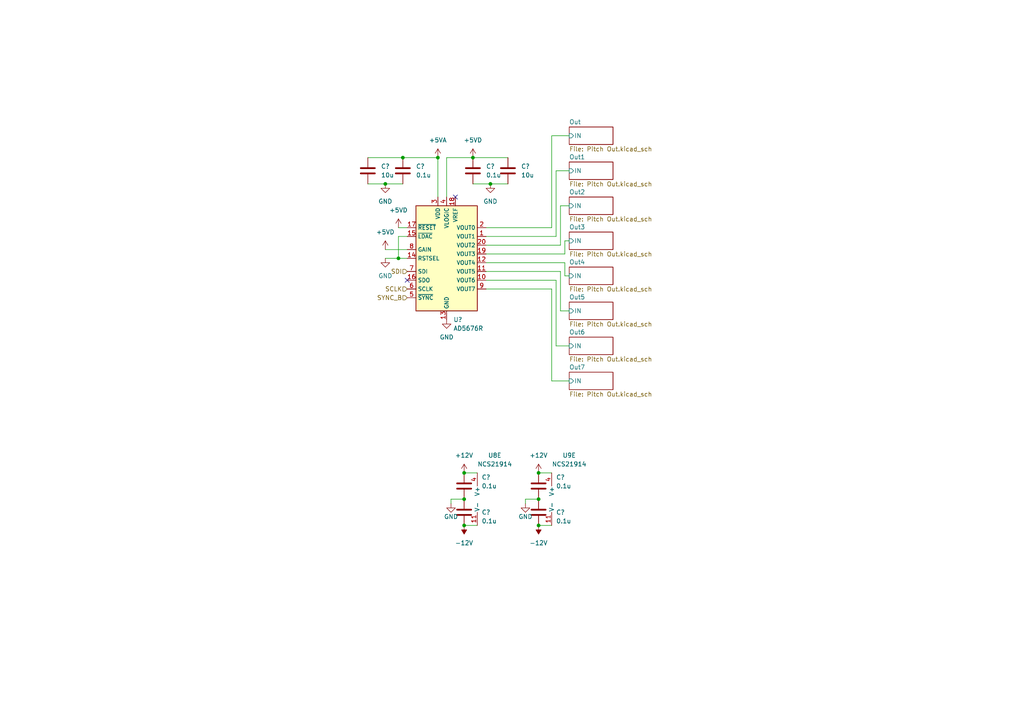
<source format=kicad_sch>
(kicad_sch (version 20211123) (generator eeschema)
  (paper "A4")
  (lib_symbols
    (symbol "Amplifier_Operational:NCS4325" (pin_names (offset 0.127))
      (property "Reference" "U" (at 2.54 6.35 0))
      (property "Value" "NCS4325" (at 2.54 3.81 0))
      (symbol "NCS4325_1_1"
        (polyline (pts (xy 5.08 0) (xy -5.08 5.08) (xy -5.08 -5.08) (xy 5.08 0)) (stroke (width 0.254)) (fill (type background)))
        (pin output line (at 7.62 0 180) (length 2.54) (name "~") (number "1"))
        (pin input line (at -7.62 -2.54 0) (length 2.54) (name "-") (number "2"))
        (pin input line (at -7.62 2.54 0) (length 2.54) (name "+") (number "3"))
      )
      (symbol "NCS4325_2_1"
        (polyline (pts (xy -5.08 5.08) (xy -5.08 -5.08) (xy 5.08 0) (xy -5.08 5.08)) (stroke (width 0.254)) (fill (type background)))
        (pin input line (at -7.62 2.54 0) (length 2.54) (name "+") (number "5"))
        (pin input line (at -7.62 -2.54 0) (length 2.54) (name "-") (number "6"))
        (pin output line (at 7.62 0 180) (length 2.54) (name "~") (number "7"))
      )
      (symbol "NCS4325_3_1"
        (polyline (pts (xy 5.08 0) (xy -5.08 5.08) (xy -5.08 -5.08) (xy 5.08 0)) (stroke (width 0.254)) (fill (type background)))
        (pin input line (at -7.62 2.54 0) (length 2.54) (name "+") (number "10"))
        (pin output line (at 7.62 0 180) (length 2.54) (name "~") (number "8"))
        (pin input line (at -7.62 -2.54 0) (length 2.54) (name "-") (number "9"))
      )
      (symbol "NCS4325_4_1"
        (polyline (pts (xy -5.08 5.08) (xy 5.08 0) (xy -5.08 -5.08) (xy -5.08 5.08)) (stroke (width 0.254)) (fill (type background)))
        (pin input line (at -7.62 2.54 0) (length 2.54) (name "+") (number "12"))
        (pin input line (at -7.62 -2.54 0) (length 2.54) (name "-") (number "13"))
        (pin output line (at 7.62 0 180) (length 2.54) (name "~") (number "14"))
      )
      (symbol "NCS4325_5_1"
        (pin power_in line (at 0 -7.62 90) (length 3.81) (name "V-") (number "11"))
        (pin power_in line (at 0 7.62 270) (length 3.81) (name "V+") (number "4"))
      )
    )
    (symbol "Custom:AD5676R"
      (property "Reference" "U" (at -8.89 19.05 0))
      (property "Value" "AD5676R" (at -8.89 16.51 0))
      (symbol "AD5676R_0_1"
        (rectangle (start -8.89 13.97) (end 8.89 -16.51) (stroke (width 0.254)) (fill (type background)))
      )
      (symbol "AD5676R_1_1"
        (pin output line (at 11.43 5.08 180) (length 2.54) (name "VOUT1") (number "1"))
        (pin output line (at 11.43 -7.62 180) (length 2.54) (name "VOUT6") (number "10"))
        (pin output line (at 11.43 -5.08 180) (length 2.54) (name "VOUT5") (number "11"))
        (pin output line (at 11.43 -2.54 180) (length 2.54) (name "VOUT4") (number "12"))
        (pin power_in line (at 0 -19.05 90) (length 2.54) (name "GND") (number "13"))
        (pin input line (at -11.43 -1.27 0) (length 2.54) (name "RSTSEL") (number "14"))
        (pin input line (at -11.43 5.08 0) (length 2.54) (name "~{LDAC}") (number "15"))
        (pin output line (at -11.43 -7.62 0) (length 2.54) (name "SDO") (number "16"))
        (pin input line (at -11.43 7.62 0) (length 2.54) (name "~{RESET}") (number "17"))
        (pin passive line (at 2.54 16.51 270) (length 2.54) (name "VREF") (number "18"))
        (pin output line (at 11.43 0 180) (length 2.54) (name "VOUT3") (number "19"))
        (pin output line (at 11.43 7.62 180) (length 2.54) (name "VOUT0") (number "2"))
        (pin output line (at 11.43 2.54 180) (length 2.54) (name "VOUT2") (number "20"))
        (pin power_in line (at -2.54 16.51 270) (length 2.54) (name "VDD") (number "3"))
        (pin power_in line (at 0 16.51 270) (length 2.54) (name "VLOGIC") (number "4"))
        (pin input line (at -11.43 -12.7 0) (length 2.54) (name "~{SYNC}") (number "5"))
        (pin input line (at -11.43 -10.16 0) (length 2.54) (name "SCLK") (number "6"))
        (pin input line (at -11.43 -5.08 0) (length 2.54) (name "SDI") (number "7"))
        (pin input line (at -11.43 1.27 0) (length 2.54) (name "GAIN") (number "8"))
        (pin output line (at 11.43 -10.16 180) (length 2.54) (name "VOUT7") (number "9"))
      )
    )
    (symbol "Device:C" (pin_numbers hide) (pin_names (offset 0.254))
      (property "Reference" "C" (at 0.635 2.54 0))
      (property "Value" "C" (at 0.635 -2.54 0))
      (symbol "C_0_1"
        (polyline (pts (xy -2.032 -0.762) (xy 2.032 -0.762)) (stroke (width 0.508)))
        (polyline (pts (xy -2.032 0.762) (xy 2.032 0.762)) (stroke (width 0.508)))
      )
      (symbol "C_1_1"
        (pin passive line (at 0 3.81 270) (length 2.794) (name "~") (number "1"))
        (pin passive line (at 0 -3.81 90) (length 2.794) (name "~") (number "2"))
      )
    )
    (symbol "power:+12V" (power) (pin_names (offset 0))
      (property "Value" "+12V" (at 0 3.556 0))
      (symbol "+12V_0_1"
        (polyline (pts (xy -0.762 1.27) (xy 0 2.54)))
        (polyline (pts (xy 0 0) (xy 0 2.54)))
        (polyline (pts (xy 0 2.54) (xy 0.762 1.27)))
      )
      (symbol "+12V_1_1"
        (pin power_in line (at 0 0 90) (length 0) hide (name "+12V") (number "1"))
      )
    )
    (symbol "power:+5VA" (power) (pin_names (offset 0))
      (property "Value" "+5VA" (at 0 3.556 0))
      (symbol "+5VA_0_1"
        (polyline (pts (xy -0.762 1.27) (xy 0 2.54)))
        (polyline (pts (xy 0 0) (xy 0 2.54)))
        (polyline (pts (xy 0 2.54) (xy 0.762 1.27)))
      )
      (symbol "+5VA_1_1"
        (pin power_in line (at 0 0 90) (length 0) hide (name "+5VA") (number "1"))
      )
    )
    (symbol "power:+5VD" (power) (pin_names (offset 0))
      (property "Value" "+5VD" (at 0 3.556 0))
      (symbol "+5VD_0_1"
        (polyline (pts (xy -0.762 1.27) (xy 0 2.54)))
        (polyline (pts (xy 0 0) (xy 0 2.54)))
        (polyline (pts (xy 0 2.54) (xy 0.762 1.27)))
      )
      (symbol "+5VD_1_1"
        (pin power_in line (at 0 0 90) (length 0) hide (name "+5VD") (number "1"))
      )
    )
    (symbol "power:-12V" (power) (pin_names (offset 0))
      (property "Value" "-12V" (at 0 3.81 0))
      (symbol "-12V_0_0"
        (pin power_in line (at 0 0 90) (length 0) hide (name "-12V") (number "1"))
      )
      (symbol "-12V_0_1"
        (polyline (pts (xy 0 0) (xy 0 1.27) (xy 0.762 1.27) (xy 0 2.54) (xy -0.762 1.27) (xy 0 1.27)) (fill (type outline)))
      )
    )
    (symbol "power:GND" (power) (pin_names (offset 0))
      (property "Value" "GND" (at 0 -3.81 0))
      (symbol "GND_0_1"
        (polyline (pts (xy 0 0) (xy 0 -1.27) (xy 1.27 -1.27) (xy 0 -2.54) (xy -1.27 -1.27) (xy 0 -1.27)))
      )
      (symbol "GND_1_1"
        (pin power_in line (at 0 0 270) (length 0) hide (name "GND") (number "1"))
      )
    )
  )
  (junction (at 116.84 45.72))
  (junction (at 134.62 152.4))
  (junction (at 115.57 74.93))
  (junction (at 142.24 53.34))
  (junction (at 156.21 137.16))
  (junction (at 137.16 45.72))
  (junction (at 111.76 53.34))
  (junction (at 134.62 144.78))
  (junction (at 156.21 144.78))
  (junction (at 156.21 152.4))
  (junction (at 127 45.72))
  (junction (at 134.62 137.16))
  (no_connect (at 118.11 81.28))
  (no_connect (at 132.08 57.15))
  (wire (pts (xy 140.97 73.66) (xy 163.83 73.66)))
  (wire (pts (xy 152.4 144.78) (xy 156.21 144.78)))
  (wire (pts (xy 160.02 66.04) (xy 160.02 39.37)))
  (wire (pts (xy 134.62 137.16) (xy 138.43 137.16)))
  (wire (pts (xy 106.68 53.34) (xy 111.76 53.34)))
  (wire (pts (xy 162.56 90.17) (xy 165.1 90.17)))
  (wire (pts (xy 115.57 68.58) (xy 115.57 74.93)))
  (wire (pts (xy 161.29 49.53) (xy 161.29 68.58)))
  (wire (pts (xy 162.56 71.12) (xy 162.56 59.69)))
  (wire (pts (xy 161.29 68.58) (xy 140.97 68.58)))
  (wire (pts (xy 111.76 74.93) (xy 115.57 74.93)))
  (wire (pts (xy 160.02 110.49) (xy 165.1 110.49)))
  (wire (pts (xy 130.81 144.78) (xy 134.62 144.78)))
  (wire (pts (xy 160.02 39.37) (xy 165.1 39.37)))
  (wire (pts (xy 140.97 83.82) (xy 160.02 83.82)))
  (wire (pts (xy 160.02 83.82) (xy 160.02 110.49)))
  (wire (pts (xy 137.16 45.72) (xy 147.32 45.72)))
  (wire (pts (xy 142.24 53.34) (xy 147.32 53.34)))
  (wire (pts (xy 137.16 53.34) (xy 142.24 53.34)))
  (wire (pts (xy 163.83 80.01) (xy 163.83 76.2)))
  (wire (pts (xy 116.84 45.72) (xy 127 45.72)))
  (wire (pts (xy 140.97 71.12) (xy 162.56 71.12)))
  (wire (pts (xy 106.68 45.72) (xy 116.84 45.72)))
  (wire (pts (xy 165.1 80.01) (xy 163.83 80.01)))
  (wire (pts (xy 115.57 74.93) (xy 118.11 74.93)))
  (wire (pts (xy 130.81 146.05) (xy 130.81 144.78)))
  (wire (pts (xy 127 45.72) (xy 127 57.15)))
  (wire (pts (xy 140.97 78.74) (xy 162.56 78.74)))
  (wire (pts (xy 163.83 76.2) (xy 140.97 76.2)))
  (wire (pts (xy 118.11 68.58) (xy 115.57 68.58)))
  (wire (pts (xy 111.76 72.39) (xy 118.11 72.39)))
  (wire (pts (xy 129.54 45.72) (xy 129.54 57.15)))
  (wire (pts (xy 162.56 59.69) (xy 165.1 59.69)))
  (wire (pts (xy 161.29 81.28) (xy 161.29 100.33)))
  (wire (pts (xy 129.54 45.72) (xy 137.16 45.72)))
  (wire (pts (xy 140.97 81.28) (xy 161.29 81.28)))
  (wire (pts (xy 163.83 69.85) (xy 165.1 69.85)))
  (wire (pts (xy 111.76 53.34) (xy 116.84 53.34)))
  (wire (pts (xy 152.4 146.05) (xy 152.4 144.78)))
  (wire (pts (xy 165.1 49.53) (xy 161.29 49.53)))
  (wire (pts (xy 163.83 73.66) (xy 163.83 69.85)))
  (wire (pts (xy 115.57 66.04) (xy 118.11 66.04)))
  (wire (pts (xy 134.62 152.4) (xy 138.43 152.4)))
  (wire (pts (xy 140.97 66.04) (xy 160.02 66.04)))
  (wire (pts (xy 156.21 137.16) (xy 160.02 137.16)))
  (wire (pts (xy 161.29 100.33) (xy 165.1 100.33)))
  (wire (pts (xy 162.56 78.74) (xy 162.56 90.17)))
  (wire (pts (xy 156.21 152.4) (xy 160.02 152.4)))
  (hierarchical_label "SDI" (shape input) (at 118.11 78.74 180))
  (hierarchical_label "SCLK" (shape input) (at 118.11 83.82 180))
  (hierarchical_label "SYNC_B" (shape input) (at 118.11 86.36 180))
  (symbol (lib_id "power:GND") (at 111.76 74.93 0) (unit 1)
    (property "Reference" "#PWR?" (effects hide))
    (property "Value" "GND" (at 111.76 80.01 0))
  )
  (symbol (lib_id "Device:C") (at 156.21 148.59 180) (unit 1)
    (property "Reference" "C?" (at 161.29 148.59 0) (effects (justify right)))
    (property "Value" "0.1u" (at 161.29 151.13 0) (effects (justify right)))
  )
  (symbol (lib_id "power:+12V") (at 156.21 137.16 0) (unit 1)
    (property "Reference" "#PWR?" (effects hide))
    (property "Value" "+12V" (at 156.21 132.08 0))
  )
  (symbol (lib_id "power:+5VD") (at 137.16 45.72 0) (unit 1)
    (property "Reference" "#PWR?" (effects hide))
    (property "Value" "+5VD" (at 137.16 40.64 0))
  )
  (symbol (lib_id "power:GND") (at 129.54 92.71 0) (unit 1)
    (property "Reference" "#PWR?" (effects hide))
    (property "Value" "GND" (at 129.54 97.79 0))
  )
  (symbol (lib_id "Device:C") (at 134.62 148.59 180) (unit 1)
    (property "Reference" "C?" (at 139.7 148.59 0) (effects (justify right)))
    (property "Value" "0.1u" (at 139.7 151.13 0) (effects (justify right)))
  )
  (symbol (lib_id "Device:C") (at 116.84 49.53 0) (unit 1)
    (property "Reference" "C?" (at 120.65 48.2599 0) (effects (justify left)))
    (property "Value" "0.1u" (at 120.65 50.7999 0) (effects (justify left)))
  )
  (symbol (lib_id "power:+5VA") (at 127 45.72 0) (unit 1)
    (property "Reference" "#PWR?" (effects hide))
    (property "Value" "+5VA" (at 127 40.64 0))
  )
  (symbol (lib_id "power:GND") (at 152.4 146.05 0) (unit 1)
    (property "Reference" "#PWR?" (effects hide))
    (property "Value" "GND" (at 152.4 149.86 0))
  )
  (symbol (lib_id "Device:C") (at 106.68 49.53 0) (unit 1)
    (property "Reference" "C?" (at 110.49 48.2599 0) (effects (justify left)))
    (property "Value" "10u" (at 110.49 50.7999 0) (effects (justify left)))
  )
  (symbol (lib_id "power:GND") (at 111.76 53.34 0) (unit 1)
    (property "Reference" "#PWR?" (effects hide))
    (property "Value" "GND" (at 111.76 58.42 0))
  )
  (symbol (lib_id "power:+12V") (at 134.62 137.16 0) (unit 1)
    (property "Reference" "#PWR?" (effects hide))
    (property "Value" "+12V" (at 134.62 132.08 0))
  )
  (symbol (lib_id "power:GND") (at 130.81 146.05 0) (unit 1)
    (property "Reference" "#PWR?" (effects hide))
    (property "Value" "GND" (at 130.81 149.86 0))
  )
  (symbol (lib_id "Device:C") (at 156.21 140.97 180) (unit 1)
    (property "Reference" "C?" (at 161.29 138.43 0) (effects (justify right)))
    (property "Value" "0.1u" (at 161.29 140.97 0) (effects (justify right)))
  )
  (symbol (lib_id "Custom:AD5676R") (at 129.54 73.66 0) (unit 1)
    (property "Reference" "U?" (at 131.4895 92.71 0) (effects (justify left)))
    (property "Value" "AD5676R" (at 131.4895 95.25 0) (effects (justify left)))
  )
  (symbol (lib_id "power:+5VD") (at 115.57 66.04 0) (unit 1)
    (property "Reference" "#PWR?" (effects hide))
    (property "Value" "+5VD" (at 115.57 60.96 0))
  )
  (symbol (lib_id "Device:C") (at 134.62 140.97 180) (unit 1)
    (property "Reference" "C?" (at 139.7 138.43 0) (effects (justify right)))
    (property "Value" "0.1u" (at 139.7 140.97 0) (effects (justify right)))
  )
  (symbol (lib_id "Amplifier_Operational:NCS4325") (at 138.43 144.78 0) (unit 5)
    (property "Reference" "U8" (at 143.51 132.08 0))
    (property "Value" "NCS21914" (at 143.51 134.62 0))
    (property "Footprint" "Package_SO:SOIC-14_3.9x8.7mm_P1.27mm" (effects hide))
  )
  (symbol (lib_id "power:-12V") (at 134.62 152.4 180) (unit 1)
    (property "Reference" "#PWR?" (effects hide))
    (property "Value" "-12V" (at 134.62 157.48 0))
  )
  (symbol (lib_id "power:GND") (at 142.24 53.34 0) (unit 1)
    (property "Reference" "#PWR?" (effects hide))
    (property "Value" "GND" (at 142.24 58.42 0))
  )
  (symbol (lib_id "power:+5VD") (at 111.76 72.39 0) (unit 1)
    (property "Reference" "#PWR?" (effects hide))
    (property "Value" "+5VD" (at 111.76 67.31 0))
  )
  (symbol (lib_id "Device:C") (at 147.32 49.53 0) (unit 1)
    (property "Reference" "C?" (at 151.13 48.2599 0) (effects (justify left)))
    (property "Value" "10u" (at 151.13 50.7999 0) (effects (justify left)))
  )
  (symbol (lib_id "Device:C") (at 137.16 49.53 0) (unit 1)
    (property "Reference" "C?" (at 140.97 48.2599 0) (effects (justify left)))
    (property "Value" "0.1u" (at 140.97 50.7999 0) (effects (justify left)))
  )
  (symbol (lib_id "power:-12V") (at 156.21 152.4 180) (unit 1)
    (property "Reference" "#PWR?" (effects hide))
    (property "Value" "-12V" (at 156.21 157.48 0))
  )
  (symbol (lib_id "Amplifier_Operational:NCS4325") (at 160.02 144.78 0) (unit 5)
    (property "Reference" "U9" (at 165.1 132.08 0))
    (property "Value" "NCS21914" (at 165.1 134.62 0))
    (property "Footprint" "Package_SO:SOIC-14_3.9x8.7mm_P1.27mm" (effects hide))
  )
  (sheet (at 165.1 57.15) (size 12.7 5.08) (stroke (width 0.1524))
    (property "Sheet name" "Out2" (at 165.1 56.4384 0) (effects (justify left bottom)))
    (property "Sheet file" "Pitch Out.kicad_sch" (at 165.1 62.8146 0) (effects (justify left top)))
    (pin "IN" input (at 165.1 59.69 180))
  )
  (sheet (at 165.1 77.47) (size 12.7 5.08) (stroke (width 0.1524))
    (property "Sheet name" "Out4" (at 165.1 76.7584 0) (effects (justify left bottom)))
    (property "Sheet file" "Pitch Out.kicad_sch" (at 165.1 83.1346 0) (effects (justify left top)))
    (pin "IN" input (at 165.1 80.01 180))
  )
  (sheet (at 165.1 97.79) (size 12.7 5.08) (stroke (width 0.1524))
    (property "Sheet name" "Out6" (at 165.1 97.0784 0) (effects (justify left bottom)))
    (property "Sheet file" "Pitch Out.kicad_sch" (at 165.1 103.4546 0) (effects (justify left top)))
    (pin "IN" input (at 165.1 100.33 180))
  )
  (sheet (at 165.1 107.95) (size 12.7 5.08) (stroke (width 0.1524))
    (property "Sheet name" "Out7" (at 165.1 107.2384 0) (effects (justify left bottom)))
    (property "Sheet file" "Pitch Out.kicad_sch" (at 165.1 113.6146 0) (effects (justify left top)))
    (pin "IN" input (at 165.1 110.49 180))
  )
  (sheet (at 165.1 46.99) (size 12.7 5.08) (stroke (width 0.1524))
    (property "Sheet name" "Out1" (at 165.1 46.2784 0) (effects (justify left bottom)))
    (property "Sheet file" "Pitch Out.kicad_sch" (at 165.1 52.6546 0) (effects (justify left top)))
    (pin "IN" input (at 165.1 49.53 180))
  )
  (sheet (at 165.1 67.31) (size 12.7 5.08) (stroke (width 0.1524))
    (property "Sheet name" "Out3" (at 165.1 66.5984 0) (effects (justify left bottom)))
    (property "Sheet file" "Pitch Out.kicad_sch" (at 165.1 72.9746 0) (effects (justify left top)))
    (pin "IN" input (at 165.1 69.85 180))
  )
  (sheet (at 165.1 36.83) (size 12.7 5.08) (stroke (width 0.1524))
    (property "Sheet name" "Out" (at 165.1 36.1184 0) (effects (justify left bottom)))
    (property "Sheet file" "Pitch Out.kicad_sch" (at 165.1 42.4946 0) (effects (justify left top)))
    (pin "IN" input (at 165.1 39.37 180))
  )
  (sheet (at 165.1 87.63) (size 12.7 5.08) (stroke (width 0.1524))
    (property "Sheet name" "Out5" (at 165.1 86.9184 0) (effects (justify left bottom)))
    (property "Sheet file" "Pitch Out.kicad_sch" (at 165.1 93.2946 0) (effects (justify left top)))
    (pin "IN" input (at 165.1 90.17 180))
  )
)
</source>
